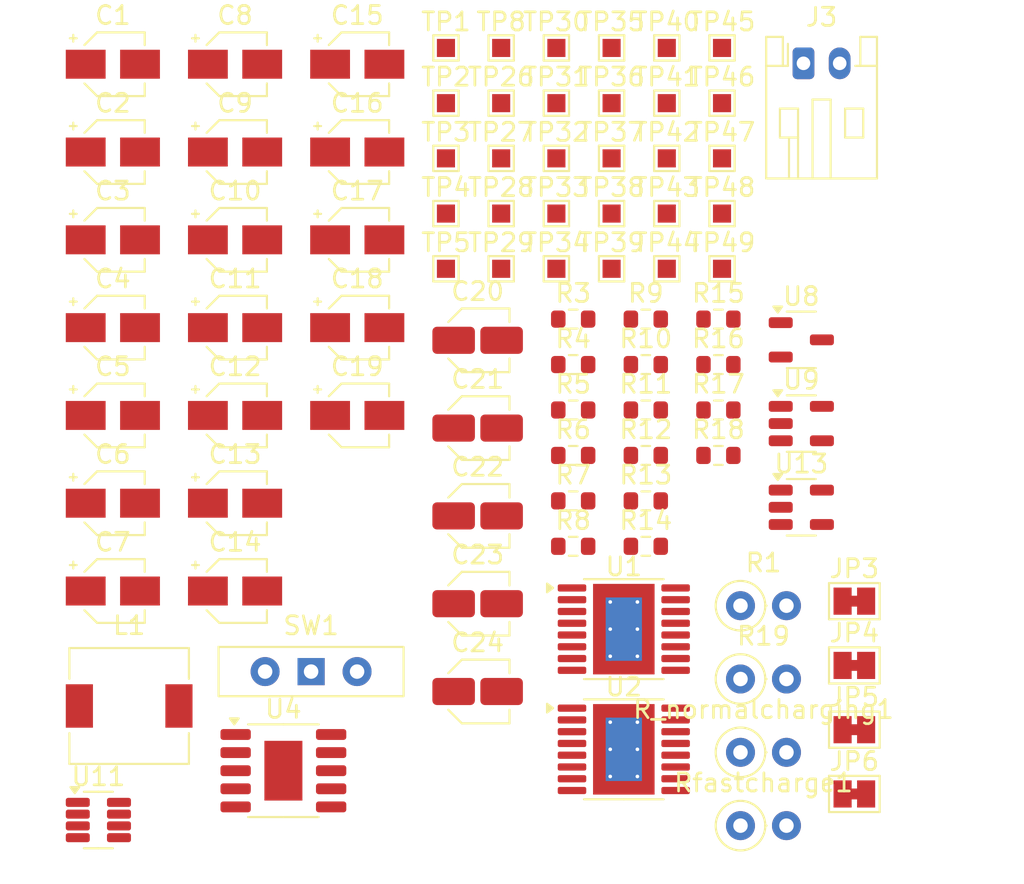
<source format=kicad_pcb>
(kicad_pcb (version 20241229) (generator "pcbnew") (generator_version "9.0")
  (layers (0 "F.Cu" signal) (2 "B.Cu" signal) (13 "F.Paste" user) (15 "B.Paste" user) (5 "F.SilkS" user "F.Silkscreen") (7 "B.SilkS" user "B.Silkscreen") (1 "F.Mask" user) (3 "B.Mask" user) (25 "Edge.Cuts" user))
  (net 0 "")
  (net 1 "Net-(U1-VCP)")
  (net 2 "/Vload")
  (net 3 "Net-(U1-VINT)")
  (net 4 "GND")
  (net 5 "/VSS")
  (net 6 "Net-(U2-VCP)")
  (net 7 "Net-(U2-VINT)")
  (net 8 "Net-(U4-VDD)")
  (net 9 "/9V")
  (net 10 "/5V")
  (net 11 "Net-(U3-VOUT)")
  (net 12 "Net-(U3-CT)")
  (net 13 "Net-(U5-CT)")
  (net 14 "Net-(U5-VOUT)")
  (net 15 "Net-(U6-CT)")
  (net 16 "/3V3")
  (net 17 "Net-(U7-CT)")
  (net 18 "/5V{slash}2A")
  (net 19 "/3V3{slash}2A")
  (net 20 "Net-(U9-CE)")
  (net 21 "/Vbat+")
  (net 22 "Net-(J2-SHIELD)")
  (net 23 "/DP")
  (net 24 "/DM")
  (net 25 "Net-(JP5-A)")
  (net 26 "Net-(JP6-A)")
  (net 27 "Net-(U8-SW)")
  (net 28 "/I2C1_SCL")
  (net 29 "Net-(U1-AISEN)")
  (net 30 "Net-(U1-BISEN)")
  (net 31 "Net-(U2-BISEN)")
  (net 32 "Net-(U2-AISEN)")
  (net 33 "/vbus")
  (net 34 "Net-(U4-VBUS)")
  (net 35 "Net-(U3-QOD)")
  (net 36 "/out1")
  (net 37 "Net-(U5-QOD)")
  (net 38 "/out2")
  (net 39 "Net-(U6-QOD)")
  (net 40 "Net-(U7-QOD)")
  (net 41 "/3V3 trig")
  (net 42 "/V+")
  (net 43 "Net-(U11-IN+)")
  (net 44 "/I2C1_SDA")
  (net 45 "Net-(U9-PROG)")
  (net 46 "Net-(U9-V_{SS})")
  (net 48 "/Mtr1 O2")
  (net 49 "/Mtr1 O1")
  (net 50 "/Mtr2 C1")
  (net 51 "/Mtr2 C2")
  (net 52 "/Mtr2 O2")
  (net 53 "/Mtr2 O1")
  (net 54 "/Mtr1 C1")
  (net 56 "/Mtr1 C2")
  (net 57 "/Mtr3 O1")
  (net 58 "/Mtr3 O2")
  (net 59 "/Mtr4 O1")
  (net 60 "/Mtr4 C1")
  (net 61 "/Mtr4 O2")
  (net 63 "/Mtr4 C2")
  (net 64 "/Mtr3 C2")
  (net 65 "/Mtr3 C1")
  (net 66 "Net-(J2-CC2)")
  (net 68 "Net-(J2-CC1)")
  (net 70 "Net-(U11-IN-)")
  (net 72 "Net-(Q2-D)")
  (footprint "TestPoint:TestPoint_Pad_1.0x1.0mm" (layer "F.Cu") (at 147.84 81.44)
    (property "Reference" "TP28" (at 0 -1.448 0) (layer "F.SilkS"))
    (property "Value" "TestPoint_Small")
    (pad "1" smd rect (at 0 0) (size 1 1) (layers "F.Cu" "F.Mask") (net 31 "Net-(U2-BISEN)"))
  )
  (footprint "TestPoint:TestPoint_Pad_1.0x1.0mm" (layer "F.Cu") (at 144.79 81.44)
    (property "Reference" "TP4" (at 0 -1.448 0) (layer "F.SilkS"))
    (property "Value" "TestPoint")
    (pad "1" smd rect (at 0 0) (size 1 1) (layers "F.Cu" "F.Mask") (net 16 "/3V3"))
  )
  (footprint "Resistor_SMD:R_0603_1608Metric" (layer "F.Cu") (at 155.83 87.27)
    (property "Reference" "R9" (at 0 -1.43 0) (layer "F.SilkS"))
    (property "Value" "1k")
    (pad "1" smd roundrect (at -0.825 0) (size 0.8 0.95) (layers "F.Cu" "F.Mask" "F.Paste") (net 33 "/vbus"))
    (pad "2" smd roundrect (at 0.825 0) (size 0.8 0.95) (layers "F.Cu" "F.Mask" "F.Paste") (net 8 "Net-(U4-VDD)"))
  )
  (footprint "Resistor_SMD:R_0603_1608Metric" (layer "F.Cu") (at 151.82 87.27)
    (property "Reference" "R3" (at 0 -1.43 0) (layer "F.SilkS"))
    (property "Value" "1R")
    (pad "1" smd roundrect (at -0.825 0) (size 0.8 0.95) (layers "F.Cu" "F.Mask" "F.Paste") (net 4 "GND"))
    (pad "2" smd roundrect (at 0.825 0) (size 0.8 0.95) (layers "F.Cu" "F.Mask" "F.Paste") (net 29 "Net-(U1-AISEN)"))
  )
  (footprint "TestPoint:TestPoint_Pad_1.0x1.0mm" (layer "F.Cu") (at 156.99 78.39)
    (property "Reference" "TP42" (at 0 -1.448 0) (layer "F.SilkS"))
    (property "Value" "TestPoint_Small")
    (pad "1" smd rect (at 0 0) (size 1 1) (layers "F.Cu" "F.Mask") (net 8 "Net-(U4-VDD)"))
  )
  (footprint "TestPoint:TestPoint_Pad_1.0x1.0mm" (layer "F.Cu") (at 147.84 78.39)
    (property "Reference" "TP27" (at 0 -1.448 0) (layer "F.SilkS"))
    (property "Value" "TestPoint_Small")
    (pad "1" smd rect (at 0 0) (size 1 1) (layers "F.Cu" "F.Mask") (net 4 "GND"))
  )
  (footprint "Resistor_SMD:R_0603_1608Metric" (layer "F.Cu") (at 155.83 89.78)
    (property "Reference" "R10" (at 0 -1.43 0) (layer "F.SilkS"))
    (property "Value" "10k")
    (pad "1" smd roundrect (at -0.825 0) (size 0.8 0.95) (layers "F.Cu" "F.Mask" "F.Paste") (net 34 "Net-(U4-VBUS)"))
    (pad "2" smd roundrect (at 0.825 0) (size 0.8 0.95) (layers "F.Cu" "F.Mask" "F.Paste") (net 33 "/vbus"))
  )
  (footprint "Resistor_SMD:R_0603_1608Metric" (layer "F.Cu") (at 155.83 99.82)
    (property "Reference" "R14" (at 0 -1.43 0) (layer "F.SilkS"))
    (property "Value" "5R2")
    (pad "1" smd roundrect (at -0.825 0) (size 0.8 0.95) (layers "F.Cu" "F.Mask" "F.Paste") (net 38 "/out2"))
    (pad "2" smd roundrect (at 0.825 0) (size 0.8 0.95) (layers "F.Cu" "F.Mask" "F.Paste") (net 14 "Net-(U5-VOUT)"))
  )
  (footprint "TestPoint:TestPoint_Pad_1.0x1.0mm" (layer "F.Cu") (at 144.79 75.34)
    (property "Reference" "TP2" (at 0 -1.448 0) (layer "F.SilkS"))
    (property "Value" "TestPoint")
    (pad "1" smd rect (at 0 0) (size 1 1) (layers "F.Cu" "F.Mask") (net 2 "/Vload"))
  )
  (footprint "Capacitor_SMD:CP_Elec_3x5.3" (layer "F.Cu") (at 126.39 73.19)
    (property "Reference" "C1" (at 0 -2.7 0) (layer "F.SilkS"))
    (property "Value" "0.01uF")
    (pad "1" smd rect (at -1.5 0) (size 2.2 1.6) (layers "F.Cu" "F.Mask" "F.Paste") (net 2 "/Vload"))
    (pad "2" smd rect (at 1.5 0) (size 2.2 1.6) (layers "F.Cu" "F.Mask" "F.Paste") (net 1 "Net-(U1-VCP)"))
  )
  (footprint "Capacitor_SMD:C_Elec_3x5.4" (layer "F.Cu") (at 146.54 93.29)
    (property "Reference" "C21" (at 0 -2.7 0) (layer "F.SilkS"))
    (property "Value" "4.7uF")
    (pad "1" smd roundrect (at -1.325 0) (size 2.35 1.5) (layers "F.Cu" "F.Mask" "F.Paste") (roundrect_rratio 0.166667) (net 20 "Net-(U9-CE)"))
    (pad "2" smd roundrect (at 1.325 0) (size 2.35 1.5) (layers "F.Cu" "F.Mask" "F.Paste") (roundrect_rratio 0.166667) (net 9 "/9V"))
  )
  (footprint "Resistor_THT:R_Axial_DIN0207_L6.3mm_D2.5mm_P2.54mm_Vertical" (layer "F.Cu") (at 161.06 111.2)
    (property "Reference" "R_normalcharging1" (at 1.27 -2.37 0) (layer "F.SilkS"))
    (property "Value" "3K")
    (pad "1" thru_hole circle (at 0 0) (size 1.6 1.6) (drill 0.8) (layers "*.Cu" "*.Mask") (net 72 "Net-(Q2-D)"))
    (pad "2" thru_hole oval (at 2.54 0) (size 1.6 1.6) (drill 0.8) (layers "*.Cu" "*.Mask") (net 46 "Net-(U9-V_{SS})"))
  )
  (footprint "Capacitor_SMD:CP_Elec_3x5.3" (layer "F.Cu") (at 133.14 82.89)
    (property "Reference" "C10" (at 0 -2.7 0) (layer "F.SilkS"))
    (property "Value" "1uF")
    (pad "1" smd rect (at -1.5 0) (size 2.2 1.6) (layers "F.Cu" "F.Mask" "F.Paste") (net 12 "Net-(U3-CT)"))
    (pad "2" smd rect (at 1.5 0) (size 2.2 1.6) (layers "F.Cu" "F.Mask" "F.Paste") (net 4 "GND"))
  )
  (footprint "Capacitor_SMD:CP_Elec_3x5.3" (layer "F.Cu") (at 126.39 87.74)
    (property "Reference" "C4" (at 0 -2.7 0) (layer "F.SilkS"))
    (property "Value" "0.01uF")
    (pad "1" smd rect (at -1.5 0) (size 2.2 1.6) (layers "F.Cu" "F.Mask" "F.Paste") (net 5 "/VSS"))
    (pad "2" smd rect (at 1.5 0) (size 2.2 1.6) (layers "F.Cu" "F.Mask" "F.Paste") (net 6 "Net-(U2-VCP)"))
  )
  (footprint "Resistor_THT:R_Axial_DIN0207_L6.3mm_D2.5mm_P2.54mm_Vertical" (layer "F.Cu") (at 161.06 115.25)
    (property "Reference" "Rfastcharge1" (at 1.27 -2.37 0) (layer "F.SilkS"))
    (property "Value" "2K")
    (pad "1" thru_hole circle (at 0 0) (size 1.6 1.6) (drill 0.8) (layers "*.Cu" "*.Mask") (net 45 "Net-(U9-PROG)"))
    (pad "2" thru_hole oval (at 2.54 0) (size 1.6 1.6) (drill 0.8) (layers "*.Cu" "*.Mask") (net 72 "Net-(Q2-D)"))
  )
  (footprint "TestPoint:TestPoint_Pad_1.0x1.0mm" (layer "F.Cu") (at 150.89 72.29)
    (property "Reference" "TP30" (at 0 -1.448 0) (layer "F.SilkS"))
    (property "Value" "TestPoint_Small")
    (pad "1" smd rect (at 0 0) (size 1 1) (layers "F.Cu" "F.Mask") (net 2 "/Vload"))
  )
  (footprint "Package_TO_SOT_SMD:SOT-23-3" (layer "F.Cu") (at 164.42 88.415)
    (property "Reference" "U8" (at 0 -2.4 0) (layer "F.SilkS"))
    (property "Value" "TPS613222ADBV")
    (pad "1" smd roundrect (at -1.1375 -0.95) (size 1.325 0.6) (layers "F.Cu" "F.Mask" "F.Paste") (net 27 "Net-(U8-SW)"))
    (pad "2" smd roundrect (at -1.1375 0.95) (size 1.325 0.6) (layers "F.Cu" "F.Mask" "F.Paste") (net 4 "GND"))
    (pad "3" smd roundrect (at 1.1375 0) (size 1.325 0.6) (layers "F.Cu" "F.Mask" "F.Paste"))
  )
  (footprint "TestPoint:TestPoint_Pad_1.0x1.0mm" (layer "F.Cu") (at 150.89 81.44)
    (property "Reference" "TP33" (at 0 -1.448 0) (layer "F.SilkS"))
    (property "Value" "TestPoint_Small")
    (pad "1" smd rect (at 0 0) (size 1 1) (layers "F.Cu" "F.Mask") (net 29 "Net-(U1-AISEN)"))
  )
  (footprint "Capacitor_SMD:C_Elec_3x5.4" (layer "F.Cu") (at 146.54 88.44)
    (property "Reference" "C20" (at 0 -2.7 0) (layer "F.SilkS"))
    (property "Value" "22uF")
    (pad "1" smd roundrect (at -1.325 0) (size 2.35 1.5) (layers "F.Cu" "F.Mask" "F.Paste") (roundrect_rratio 0.166667) (net 10 "/5V"))
    (pad "2" smd roundrect (at 1.325 0) (size 2.35 1.5) (layers "F.Cu" "F.Mask" "F.Paste") (roundrect_rratio 0.166667) (net 4 "GND"))
  )
  (footprint "Resistor_SMD:R_0603_1608Metric" (layer "F.Cu") (at 151.82 92.29)
    (property "Reference" "R5" (at 0 -1.43 0) (layer "F.SilkS"))
    (property "Value" "47K")
    (pad "1" smd roundrect (at -0.825 0) (size 0.8 0.95) (layers "F.Cu" "F.Mask" "F.Paste") (net 2 "/Vload"))
    (pad "2" smd roundrect (at 0.825 0) (size 0.8 0.95) (layers "F.Cu" "F.Mask" "F.Paste") (net 25 "Net-(JP5-A)"))
  )
  (footprint "Capacitor_SMD:CP_Elec_3x5.3" (layer "F.Cu") (at 139.89 78.04)
    (property "Reference" "C16" (at 0 -2.7 0) (layer "F.SilkS"))
    (property "Value" "1uF")
    (pad "1" smd rect (at -1.5 0) (size 2.2 1.6) (layers "F.Cu" "F.Mask" "F.Paste") (net 16 "/3V3"))
    (pad "2" smd rect (at 1.5 0) (size 2.2 1.6) (layers "F.Cu" "F.Mask" "F.Paste") (net 4 "GND"))
  )
  (footprint "TestPoint:TestPoint_Pad_1.0x1.0mm" (layer "F.Cu") (at 153.94 84.49)
    (property "Reference" "TP39" (at 0 -1.448 0) (layer "F.SilkS"))
    (property "Value" "TestPoint_Small")
    (pad "1" smd rect (at 0 0) (size 1 1) (layers "F.Cu" "F.Mask") (net 4 "GND"))
  )
  (footprint "Capacitor_SMD:CP_Elec_3x5.3" (layer "F.Cu") (at 133.14 73.19)
    (property "Reference" "C8" (at 0 -2.7 0) (layer "F.SilkS"))
    (property "Value" "1uF")
    (pad "1" smd rect (at -1.5 0) (size 2.2 1.6) (layers "F.Cu" "F.Mask" "F.Paste") (net 10 "/5V"))
    (pad "2" smd rect (at 1.5 0) (size 2.2 1.6) (layers "F.Cu" "F.Mask" "F.Paste") (net 4 "GND"))
  )
  (footprint "Package_SO:HTSSOP-16-1EP_4.4x5mm_P0.65mm_EP3.4x5mm_Mask2.46x2.31mm_ThermalVias" (layer "F.Cu") (at 154.615 104.395)
    (property "Reference" "U1" (at 0 -3.45 0) (layer "F.SilkS"))
    (property "Value" "DRV8833PWP")
    (pad "1" smd roundrect (at -2.8625 -2.275) (size 1.575 0.4) (layers "F.Cu" "F.Mask" "F.Paste") (net 25 "Net-(JP5-A)"))
    (pad "2" smd roundrect (at -2.8625 -1.625) (size 1.575 0.4) (layers "F.Cu" "F.Mask" "F.Paste") (net 49 "/Mtr1 O1"))
    (pad "3" smd roundrect (at -2.8625 -0.975) (size 1.575 0.4) (layers "F.Cu" "F.Mask" "F.Paste") (net 29 "Net-(U1-AISEN)"))
    (pad "4" smd roundrect (at -2.8625 -0.325) (size 1.575 0.4) (layers "F.Cu" "F.Mask" "F.Paste") (net 48 "/Mtr1 O2"))
    (pad "5" smd roundrect (at -2.8625 0.325) (size 1.575 0.4) (layers "F.Cu" "F.Mask" "F.Paste") (net 52 "/Mtr2 O2"))
    (pad "6" smd roundrect (at -2.8625 0.975) (size 1.575 0.4) (layers "F.Cu" "F.Mask" "F.Paste") (net 30 "Net-(U1-BISEN)"))
    (pad "7" smd roundrect (at -2.8625 1.625) (size 1.575 0.4) (layers "F.Cu" "F.Mask" "F.Paste") (net 53 "/Mtr2 O1"))
    (pad "8" smd roundrect (at -2.8625 2.275) (size 1.575 0.4) (layers "F.Cu" "F.Mask" "F.Paste"))
    (pad "9" smd roundrect (at 2.8625 2.275) (size 1.575 0.4) (layers "F.Cu" "F.Mask" "F.Paste") (net 50 "/Mtr2 C1"))
    (pad "10" smd roundrect (at 2.8625 1.625) (size 1.575 0.4) (layers "F.Cu" "F.Mask" "F.Paste") (net 51 "/Mtr2 C2"))
    (pad "11" smd roundrect (at 2.8625 0.975) (size 1.575 0.4) (layers "F.Cu" "F.Mask" "F.Paste") (net 1 "Net-(U1-VCP)"))
    (pad "12" smd roundrect (at 2.8625 0.325) (size 1.575 0.4) (layers "F.Cu" "F.Mask" "F.Paste") (net 2 "/Vload"))
    (pad "13" smd roundrect (at 2.8625 -0.325) (size 1.575 0.4) (layers "F.Cu" "F.Mask" "F.Paste") (net 4 "GND"))
    (pad "14" smd roundrect (at 2.8625 -0.975) (size 1.575 0.4) (layers "F.Cu" "F.Mask" "F.Paste") (net 3 "Net-(U1-VINT)"))
    (pad "15" smd roundrect (at 2.8625 -1.625) (size 1.575 0.4) (layers "F.Cu" "F.Mask" "F.Paste") (net 56 "/Mtr1 C2"))
    (pad "16" smd roundrect (at 2.8625 -2.275) (size 1.575 0.4) (layers "F.Cu" "F.Mask" "F.Paste") (net 54 "/Mtr1 C1"))
    (pad "17" thru_hole circle (at -0.75 -1.5) (size 0.5 0.5) (drill 0.2) (property pad_prop_heatsink) (layers "*.Cu") (net 4 "GND"))
    (pad "17" thru_hole circle (at -0.75 0) (size 0.5 0.5) (drill 0.2) (property pad_prop_heatsink) (layers "*.Cu") (net 4 "GND"))
    (pad "17" thru_hole circle (at -0.75 1.5) (size 0.5 0.5) (drill 0.2) (property pad_prop_heatsink) (layers "*.Cu") (net 4 "GND"))
    (pad "17" smd rect (at 0 0) (size 2 3.5) (property pad_prop_heatsink) (layers "B.Cu") (net 4 "GND"))
    (pad "17" smd rect (at 0 0) (size 3.4 5) (property pad_prop_heatsink) (layers "F.Cu") (net 4 "GND"))
    (pad "17" thru_hole circle (at 0.75 -1.5) (size 0.5 0.5) (drill 0.2) (property pad_prop_heatsink) (layers "*.Cu") (net 4 "GND"))
    (pad "17" thru_hole circle (at 0.75 0) (size 0.5 0.5) (drill 0.2) (property pad_prop_heatsink) (layers "*.Cu") (net 4 "GND"))
    (pad "17" thru_hole circle (at 0.75 1.5) (size 0.5 0.5) (drill 0.2) (property pad_prop_heatsink) (layers "*.Cu") (net 4 "GND"))
  )
  (footprint "TestPoint:TestPoint_Pad_1.0x1.0mm" (layer "F.Cu") (at 160.04 81.44)
    (property "Reference" "TP48" (at 0 -1.448 0) (layer "F.SilkS"))
    (property "Value" "TestPoint_Small")
    (pad "1" smd rect (at 0 0) (size 1 1) (layers "F.Cu" "F.Mask") (net 24 "/DM"))
  )
  (footprint "Resistor_SMD:R_0603_1608Metric" (layer "F.Cu") (at 151.82 97.31)
    (property "Reference" "R7" (at 0 -1.43 0) (layer "F.SilkS"))
    (property "Value" "0.4R")
    (pad "1" smd roundrect (at -0.825 0) (size 0.8 0.95) (layers "F.Cu" "F.Mask" "F.Paste") (net 4 "GND"))
    (pad "2" smd roundrect (at 0.825 0) (size 0.8 0.95) (layers "F.Cu" "F.Mask" "F.Paste") (net 32 "Net-(U2-AISEN)"))
  )
  (footprint "Capacitor_SMD:C_Elec_3x5.4" (layer "F.Cu") (at 146.54 102.99)
    (property "Reference" "C23" (at 0 -2.7 0) (layer "F.SilkS"))
    (property "Value" "1uF")
    (pad "1" smd roundrect (at -1.325 0) (size 2.35 1.5) (layers "F.Cu" "F.Mask" "F.Paste") (roundrect_rratio 0.166667) (net 16 "/3V3"))
    (pad "2" smd roundrect (at 1.325 0) (size 2.35 1.5) (layers "F.Cu" "F.Mask" "F.Paste") (roundrect_rratio 0.166667) (net 4 "GND"))
  )
  (footprint "Capacitor_SMD:CP_Elec_3x5.3" (layer "F.Cu") (at 126.39 92.59)
    (property "Reference" "C5" (at 0 -2.7 0) (layer "F.SilkS"))
    (property "Value" "2.2uF")
    (pad "1" smd rect (at -1.5 0) (size 2.2 1.6) (layers "F.Cu" "F.Mask" "F.Paste") (net 4 "GND"))
    (pad "2" smd rect (at 1.5 0) (size 2.2 1.6) (layers "F.Cu" "F.Mask" "F.Paste") (net 7 "Net-(U2-VINT)"))
  )
  (footprint "Resistor_SMD:R_0603_1608Metric" (layer "F.Cu") (at 159.84 94.8)
    (property "Reference" "R18" (at 0 -1.43 0) (layer "F.SilkS"))
    (property "Value" "0.001")
    (pad "1" smd roundrect (at -0.825 0) (size 0.8 0.95) (layers "F.Cu" "F.Mask" "F.Paste") (net 42 "/V+"))
    (pad "2" smd roundrect (at 0.825 0) (size 0.8 0.95) (layers "F.Cu" "F.Mask" "F.Paste") (net 43 "Net-(U11-IN+)"))
  )
  (footprint "Capacitor_SMD:CP_Elec_3x5.3" (layer "F.Cu") (at 133.14 87.74)
    (property "Reference" "C11" (at 0 -2.7 0) (layer "F.SilkS"))
    (property "Value" "1uF")
    (pad "1" smd rect (at -1.5 0) (size 2.2 1.6) (layers "F.Cu" "F.Mask" "F.Paste") (net 10 "/5V"))
    (pad "2" smd rect (at 1.5 0) (size 2.2 1.6) (layers "F.Cu" "F.Mask" "F.Paste") (net 4 "GND"))
  )
  (footprint "TestPoint:TestPoint_Pad_1.0x1.0mm" (layer "F.Cu") (at 160.04 78.39)
    (property "Reference" "TP47" (at 0 -1.448 0) (layer "F.SilkS"))
    (property "Value" "TestPoint_Small")
    (pad "1" smd rect (at 0 0) (size 1 1) (layers "F.Cu" "F.Mask") (net 32 "Net-(U2-AISEN)"))
  )
  (footprint "Resistor_THT:R_Axial_DIN0207_L6.3mm_D2.5mm_P2.54mm_Vertical" (layer "F.Cu") (at 161.06 107.15)
    (property "Reference" "R19" (at 1.27 -2.37 0) (layer "F.SilkS"))
    (property "Value" "1k")
    (pad "1" thru_hole circle (at 0 0) (size 1.6 1.6) (drill 0.8) (layers "*.Cu" "*.Mask") (net 10 "/5V"))
    (pad "2" thru_hole oval (at 2.54 0) (size 1.6 1.6) (drill 0.8) (layers "*.Cu" "*.Mask") (net 44 "/I2C1_SDA"))
  )
  (footprint "Resistor_SMD:R_0603_1608Metric" (layer "F.Cu") (at 159.84 87.27)
    (property "Reference" "R15" (at 0 -1.43 0) (layer "F.SilkS"))
    (property "Value" "62R")
    (pad "1" smd roundrect (at -0.825 0) (size 0.8 0.95) (layers "F.Cu" "F.Mask" "F.Paste") (net 39 "Net-(U6-QOD)"))
    (pad "2" smd roundrect (at 0.825 0) (size 0.8 0.95) (layers "F.Cu" "F.Mask" "F.Paste") (net 18 "/5V{slash}2A"))
  )
  (footprint "Package_SO:HTSSOP-16-1EP_4.4x5mm_P0.65mm_EP3.4x5mm_Mask2.46x2.31mm_ThermalVias" (layer "F.Cu") (at 154.615 111.035)
    (property "Reference" "U2" (at 0 -3.45 0) (layer "F.SilkS"))
    (property "Value" "DRV8833PWP")
    (pad "1" smd roundrect (at -2.8625 -2.275) (size 1.575 0.4) (layers "F.Cu" "F.Mask" "F.Paste") (net 26 "Net-(JP6-A)"))
    (pad "2" smd roundrect (at -2.8625 -1.625) (size 1.575 0.4) (layers "F.Cu" "F.Mask" "F.Paste") (net 57 "/Mtr3 O1"))
    (pad "3" smd roundrect (at -2.8625 -0.975) (size 1.575 0.4) (layers "F.Cu" "F.Mask" "F.Paste") (net 32 "Net-(U2-AISEN)"))
    (pad "4" smd roundrect (at -2.8625 -0.325) (size 1.575 0.4) (layers "F.Cu" "F.Mask" "F.Paste") (net 58 "/Mtr3 O2"))
    (pad "5" smd roundrect (at -2.8625 0.325) (size 1.575 0.4) (layers "F.Cu" "F.Mask" "F.Paste") (net 61 "/Mtr4 O2"))
    (pad "6" smd roundrect (at -2.8625 0.975) (size 1.575 0.4) (layers "F.Cu" "F.Mask" "F.Paste") (net 31 "Net-(U2-BISEN)"))
    (pad "7" smd roundrect (at -2.8625 1.625) (size 1.575 0.4) (layers "F.Cu" "F.Mask" "F.Paste") (net 59 "/Mtr4 O1"))
    (pad "8" smd roundrect (at -2.8625 2.275) (size 1.575 0.4) (layers "F.Cu" "F.Mask" "F.Paste"))
    (pad "9" smd roundrect (at 2.8625 2.275) (size 1.575 0.4) (layers "F.Cu" "F.Mask" "F.Paste") (net 60 "/Mtr4 C1"))
    (pad "10" smd roundrect (at 2.8625 1.625) (size 1.575 0.4) (layers "F.Cu" "F.Mask" "F.Paste") (net 63 "/Mtr4 C2"))
    (pad "11" smd roundrect (at 2.8625 0.975) (size 1.575 0.4) (layers "F.Cu" "F.Mask" "F.Paste") (net 6 "Net-(U2-VCP)"))
    (pad "12" smd roundrect (at 2.8625 0.325) (size 1.575 0.4) (layers "F.Cu" "F.Mask" "F.Paste") (net 5 "/VSS"))
    (pad "13" smd roundrect (at 2.8625 -0.325) (size 1.575 0.4) (layers "F.Cu" "F.Mask" "F.Paste") (net 4 "GND"))
    (pad "14" smd roundrect (at 2.8625 -0.975) (size 1.575 0.4) (layers "F.Cu" "F.Mask" "F.Paste") (net 7 "Net-(U2-VINT)"))
    (pad "15" smd roundrect (at 2.8625 -1.625) (size 1.575 0.4) (layers "F.Cu" "F.Mask" "F.Paste") (net 64 "/Mtr3 C2"))
    (pad "16" smd roundrect (at 2.8625 -2.275) (size 1.575 0.4) (layers "F.Cu" "F.Mask" "F.Paste") (net 65 "/Mtr3 C1"))
    (pad "17" thru_hole circle (at -0.75 -1.5) (size 0.5 0.5) (drill 0.2) (property pad_prop_heatsink) (layers "*.Cu") (net 4 "GND"))
    (pad "17" thru_hole circle (at -0.75 0) (size 0.5 0.5) (drill 0.2) (property pad_prop_heatsink) (layers "*.Cu") (net 4 "GND"))
    (pad "17" thru_hole circle (at -0.75 1.5) (size 0.5 0.5) (drill 0.2) (property pad_prop_heatsink) (layers "*.Cu") (net 4 "GND"))
    (pad "17" smd rect (at 0 0) (size 2 3.5) (property pad_prop_heatsink) (layers "B.Cu") (net 4 "GND"))
    (pad "17" smd rect (at 0 0) (size 3.4 5) (property pad_prop_heatsink) (layers "F.Cu") (net 4 "GND"))
    (pad "17" thru_hole circle (at 0.75 -1.5) (size 0.5 0.5) (drill 0.2) (property pad_prop_heatsink) (layers "*.Cu") (net 4 "GND"))
    (pad "17" thru_hole circle (at 0.75 0) (size 0.5 0.5) (drill 0.2) (property pad_prop_heatsink) (layers "*.Cu") (net 4 "GND"))
    (pad "17" thru_hole circle (at 0.75 1.5) (size 0.5 0.5) (drill 0.2) (property pad_prop_heatsink) (layers "*.Cu") (net 4 "GND"))
  )
  (footprint "Capacitor_SMD:CP_Elec_3x5.3" (layer "F.Cu") (at 126.39 78.04)
    (property "Reference" "C2" (at 0 -2.7 0) (layer "F.SilkS"))
    (property "Value" "2.2uF")
    (pad "1" smd rect (at -1.5 0) (size 2.2 1.6) (layers "F.Cu" "F.Mask" "F.Paste") (net 4 "GND"))
    (pad "2" smd rect (at 1.5 0) (size 2.2 1.6) (layers "F.Cu" "F.Mask" "F.Paste") (net 3 "Net-(U1-VINT)"))
  )
  (footprint "Jumper:SolderJumper-2_P1.3mm_Bridged_Pad1.0x1.5mm" (layer "F.Cu") (at 167.35 109.95)
    (property "Reference" "JP5" (at 0 -1.8 0) (layer "F.SilkS"))
    (property "Value" "Jumper_2_Small_Open")
    (fp_poly (pts (xy -0.25 -0.3) (xy 0.25 -0.3) (xy 0.25 0.3) (xy -0.25 0.3)) (fill yes) (layer "F.Cu"))
    (pad "1" smd rect (at -0.65 0) (size 1 1.5) (layers "F.Cu" "F.Mask") (net 25 "Net-(JP5-A)"))
    (pad "2" smd rect (at 0.65 0) (size 1 1.5) (layers "F.Cu" "F.Mask") (net 4 "GND"))
  )
  (footprint "Resistor_SMD:R_0603_1608Metric" (layer "F.Cu") (at 155.83 92.29)
    (property "Reference" "R11" (at 0 -1.43 0) (layer "F.SilkS"))
    (property "Value" "62R")
    (pad "1" smd roundrect (at -0.825 0) (size 0.8 0.95) (layers "F.Cu" "F.Mask" "F.Paste") (net 35 "Net-(U3-QOD)"))
    (pad "2" smd roundrect (at 0.825 0) (size 0.8 0.95) (layers "F.Cu" "F.Mask" "F.Paste") (net 11 "Net-(U3-VOUT)"))
  )
  (footprint "Capacitor_SMD:C_Elec_3x5.4" (layer "F.Cu") (at 146.54 107.84)
    (property "Reference" "C24" (at 0 -2.7 0) (layer "F.SilkS"))
    (property "Value" "1uF")
    (pad "1" smd roundrect (at -1.325 0) (size 2.35 1.5) (layers "F.Cu" "F.Mask" "F.Paste") (roundrect_rratio 0.166667) (net 2 "/Vload"))
    (pad "2" smd roundrect (at 1.325 0) (size 2.35 1.5) (layers "F.Cu" "F.Mask" "F.Paste") (roundrect_rratio 0.166667) (net 4 "GND"))
  )
  (footprint "Jumper:SolderJumper-2_P1.3mm_Bridged_Pad1.0x1.5mm" (layer "F.Cu") (at 167.35 106.4)
    (property "Reference" "JP4" (at 0 -1.8 0) (layer "F.SilkS"))
    (property "Value" "Jumper_2_Small_Bridged")
    (fp_poly (pts (xy -0.25 -0.3) (xy 0.25 -0.3) (xy 0.25 0.3) (xy -0.25 0.3)) (fill yes) (layer "F.Cu"))
    (pad "1" smd rect (at -0.65 0) (size 1 1.5) (layers "F.Cu" "F.Mask") (net 24 "/DM"))
    (pad "2" smd rect (at 0.65 0) (size 1 1.5) (layers "F.Cu" "F.Mask") (net 23 "/DP"))
  )
  (footprint "TestPoint:TestPoint_Pad_1.0x1.0mm" (layer "F.Cu") (at 160.04 75.34)
    (property "Reference" "TP46" (at 0 -1.448 0) (layer "F.SilkS"))
    (property "Value" "TestPoint_Small")
    (pad "1" smd rect (at 0 0) (size 1 1) (layers "F.Cu" "F.Mask") (net 41 "/3V3 trig"))
  )
  (footprint "TestPoint:TestPoint_Pad_1.0x1.0mm" (layer "F.Cu") (at 147.84 72.29)
    (property "Reference" "TP8" (at 0 -1.448 0) (layer "F.SilkS"))
    (property "Value" "TestPoint_Small")
    (pad "1" smd rect (at 0 0) (size 1 1) (layers "F.Cu" "F.Mask") (net 5 "/VSS"))
  )
  (footprint "TestPoint:TestPoint_Pad_1.0x1.0mm" (layer "F.Cu") (at 153.94 75.34)
    (property "Reference" "TP36" (at 0 -1.448 0) (layer "F.SilkS"))
    (property "Value" "TestPoint_Small")
    (pad "1" smd rect (at 0 0) (size 1 1) (layers "F.Cu" "F.Mask") (net 11 "Net-(U3-VOUT)"))
  )
  (footprint "Resistor_SMD:R_0603_1608Metric" (layer "F.Cu") (at 151.82 89.78)
    (property "Reference" "R4" (at 0 -1.43 0) (layer "F.SilkS"))
    (property "Value" "1R")
    (pad "1" smd roundrect (at -0.825 0) (size 0.8 0.95) (layers "F.Cu" "F.Mask" "F.Paste") (net 30 "Net-(U1-BISEN)"))
    (pad "2" smd roundrect (at 0.825 0) (size 0.8 0.95) (layers "F.Cu" "F.Mask" "F.Paste") (net 4 "GND"))
  )
  (footprint "TestPoint:TestPoint_Pad_1.0x1.0mm" (layer "F.Cu") (at 153.94 81.44)
    (property "Reference" "TP38" (at 0 -1.448 0) (layer "F.SilkS"))
    (property "Value" "TestPoint_Small")
    (pad "1" smd rect (at 0 0) (size 1 1) (layers "F.Cu" "F.Mask") (net 23 "/DP"))
  )
  (footprint "Resistor_SMD:R_0603_1608Metric" (layer "F.Cu") (at 159.84 92.29)
    (property "Reference" "R17" (at 0 -1.43 0) (layer "F.SilkS"))
    (property "Value" "10k")
    (pad "1" smd roundrect (at -0.825 0) (size 0.8 0.95) (layers "F.Cu" "F.Mask" "F.Paste") (net 4 "GND"))
    (pad "2" smd roundrect (at 0.825 0) (size 0.8 0.95) (layers "F.Cu" "F.Mask" "F.Paste") (net 41 "/3V3 trig"))
  )
  (footprint "TestPoint:TestPoint_Pad_1.0x1.0mm" (layer "F.Cu") (at 156.99 75.34)
    (property "Reference" "TP41" (at 0 -1.448 0) (layer "F.SilkS"))
    (property "Value" "TestPoint_Small")
    (pad "1" smd rect (at 0 0) (size 1 1) (layers "F.Cu" "F.Mask") (net 33 "/vbus"))
  )
  (footprint "Resistor_SMD:R_0603_1608Metric" (layer "F.Cu") (at 159.84 89.78)
    (property "Reference" "R16" (at 0 -1.43 0) (layer "F.SilkS"))
    (property "Value" "62R")
    (pad "1" smd roundrect (at -0.825 0) (size 0.8 0.95) (layers "F.Cu" "F.Mask" "F.Paste") (net 40 "Net-(U7-QOD)"))
    (pad "2" smd roundrect (at 0.825 0) (size 0.8 0.95) (layers "F.Cu" "F.Mask" "F.Paste") (net 19 "/3V3{slash}2A"))
  )
  (footprint "TestPoint:TestPoint_Pad_1.0x1.0mm" (layer "F.Cu") (at 153.94 72.29)
    (property "Reference" "TP35" (at 0 -1.448 0) (layer "F.SilkS"))
    (property "Value" "TestPoint_Small")
    (pad "1" smd rect (at 0 0) (size 1 1) (layers "F.Cu" "F.Mask") (net 25 "Net-(JP5-A)"))
  )
  (footprint "Connector_JST:JST_PH_S2B-PH-K_1x02_P2.00mm_Horizontal" (layer "F.Cu") (at 164.54 73.14)
    (property "Reference" "J3" (at 1 -2.55 0) (layer "F.SilkS"))
    (property "Value" "Conn_01x02_Pin")
    (pad "1" thru_hole roundrect (at 0 0) (size 1.2 1.75) (drill 0.75) (layers "*.Cu" "*.Mask") (roundrect_rratio 0.208333) (net 4 "GND"))
    (pad "2" thru_hole oval (at 2 0) (size 1.2 1.75) (drill 0.75) (layers "*.Cu" "*.Mask") (net 21 "/Vbat+"))
  )
  (footprint "Capacitor_SMD:CP_Elec_3x5.3" (layer "F.Cu") (at 139.89 82.89)
    (property "Reference" "C17" (at 0 -2.7 0) (layer "F.SilkS"))
    (property "Value" "1uF")
    (pad "1" smd rect (at -1.5 0) (size 2.2 1.6) (layers "F.Cu" "F.Mask" "F.Paste") (net 17 "Net-(U7-CT)"))
    (pad "2" smd rect (at 1.5 0) (size 2.2 1.6) (layers "F.Cu" "F.Mask" "F.Paste") (net 4 "GND"))
  )
  (footprint "Capacitor_SMD:CP_Elec_3x5.3" (layer "F.Cu") (at 126.39 82.89)
    (property "Reference" "C3" (at 0 -2.7 0) (layer "F.SilkS"))
    (property "Value" "10uF")
    (pad "1" smd rect (at -1.5 0) (size 2.2 1.6) (layers "F.Cu" "F.Mask" "F.Paste") (net 2 "/Vload"))
    (pad "2" smd rect (at 1.5 0) (size 2.2 1.6) (layers "F.Cu" "F.Mask" "F.Paste") (net 4 "GND"))
  )
  (footprint "TestPoint:TestPoint_Pad_1.0x1.0mm" (layer "F.Cu") (at 144.79 84.49)
    (property "Reference" "TP5" (at 0 -1.448 0) (layer "F.SilkS"))
    (property "Value" "TestPoint")
    (pad "1" smd rect (at 0 0) (size 1 1) (layers "F.Cu" "F.Mask") (net 72 "Net-(Q2-D)"))
  )
  (footprint "TestPoint:TestPoint_Pad_1.0x1.0mm" (layer "F.Cu") (at 156.99 81.44)
    (property "Reference" "TP43" (at 0 -1.448 0) (layer "F.SilkS"))
    (property "Value" "TestPoint_Small")
    (pad "1" smd rect (at 0 0) (size 1 1) (layers "F.Cu" "F.Mask") (net 39 "Net-(U6-QOD)"))
  )
  (footprint "TestPoint:TestPoint_Pad_1.0x1.0mm" (layer "F.Cu") (at 147.84 84.49)
    (property "Reference" "TP29" (at 0 -1.448 0) (layer "F.SilkS"))
    (property "Value" "TestPoint_Small")
    (pad "1" smd rect (at 0 0) (size 1 1) (layers "F.Cu" "F.Mask") (net 4 "GND"))
  )
  (footprint "Capacitor_SMD:CP_Elec_3x5.3" (layer "F.Cu") (at 133.14 92.59)
    (property "Reference" "C12" (at 0 -2.7 0) (layer "F.SilkS"))
    (property "Value" "1uF")
    (pad "1" smd rect (at -1.5 0) (size 2.2 1.6) (layers "F.Cu" "F.Mask" "F.Paste") (net 13 "Net-(U5-CT)"))
    (pad "2" smd rect (at 1.5 0) (size 2.2 1.6) (layers "F.Cu" "F.Mask" "F.Paste") (net 4 "GND"))
  )
  (footprint "Capacitor_SMD:CP_Elec_3x5.3" (layer "F.Cu") (at 126.39 102.29)
    (property "Reference" "C7" (at 0 -2.7 0) (layer "F.SilkS"))
    (property "Value" "C_Small")
    (pad "1" smd rect (at -1.5 0) (size 2.2 1.6) (layers "F.Cu" "F.Mask" "F.Paste") (net 8 "Net-(U4-VDD)"))
    (pad "2" smd rect (at 1.5 0) (size 2.2 1.6) (layers "F.Cu" "F.Mask" "F.Paste") (net 9 "/9V"))
  )
  (footprint "Button_Switch_THT:SW_Slide-03_Wuerth-WS-SLTV_10x2.5x6.4_P2.54mm" (layer "F.Cu") (at 137.34 106.74)
    (property "Reference" "SW1" (at 0 -2.54 0) (layer "F.SilkS"))
    (property "Value" "SW_Wuerth_450301014042")
    (pad "1" thru_hole rect (at 0 0) (size 1.5 1.5) (drill 0.8) (layers "*.Cu" "*.Mask") (net 21 "/Vbat+"))
    (pad "2" thru_hole circle (at -2.54 0) (size 1.6 1.6) (drill 0.8) (layers "*.Cu" "*.Mask"))
    (pad "3" thru_hole circle (at 2.54 0) (size 1.6 1.6) (drill 0.8) (layers "*.Cu" "*.Mask") (net 42 "/V+"))
  )
  (footprint "TestPoint:TestPoint_Pad_1.0x1.0mm" (layer "F.Cu") (at 150.89 78.39)
    (property "Reference" "TP32" (at 0 -1.448 0) (layer "F.SilkS"))
    (property "Value" "TestPoint_Small")
    (pad "1" smd rect (at 0 0) (size 1 1) (layers "F.Cu" "F.Mask") (net 4 "GND"))
  )
  (footprint "Resistor_SMD:R_0603_1608Metric" (layer "F.Cu") (at 151.82 94.8)
    (property "Reference" "R6" (at 0 -1.43 0) (layer "F.SilkS"))
    (property "Value" "0.4R")
    (pad "1" smd roundrect (at -0.825 0) (size 0.8 0.95) (layers "F.Cu" "F.Mask" "F.Paste") (net 31 "Net-(U2-BISEN)"))
    (pad "2" smd roundrect (at 0.825 0) (size 0.8 0.95) (layers "F.Cu" "F.Mask" "F.Paste") (net 4 "GND"))
  )
  (footprint "Capacitor_SMD:C_Elec_3x5.4" (layer "F.Cu") (at 146.54 98.14)
    (property "Reference" "C22" (at 0 -2.7 0) (layer "F.SilkS"))
    (property "Value" "4.7uF")
    (pad "1" smd roundrect (at -1.325 0) (size 2.35 1.5) (layers "F.Cu" "F.Mask" "F.Paste") (roundrect_rratio 0.166667) (net 21 "/Vbat+"))
    (pad "2" smd roundrect (at 1.325 0) (size 2.35 1.5) (layers "F.Cu" "F.Mask" "F.Paste") (roundrect_rratio 0.166667) (net 4 "GND"))
  )
  (footprint "TestPoint:TestPoint_Pad_1.0x1.0mm" (layer "F.Cu") (at 156.99 72.29)
    (property "Reference" "TP40" (at 0 -1.448 0) (layer "F.SilkS"))
    (property "Value" "TestPoint_Small")
    (pad "1" smd rect (at 0 0) (size 1 1) (layers "F.Cu" "F.Mask") (net 22 "Net-(J2-SHIELD)"))
  )
  (footprint "Resistor_SMD:R_0603_1608Metric" (layer "F.Cu") (at 151.82 99.82)
    (property "Reference" "R8" (at 0 -1.43 0) (layer "F.SilkS"))
    (property "Value" "47K")
    (pad "1" smd roundrect (at -0.825 0) (size 0.8 0.95) (layers "F.Cu" "F.Mask" "F.Paste") (net 5 "/VSS"))
    (pad "2" smd roundrect (at 0.825 0) (size 0.8 0.95) (layers "F.Cu" "F.Mask" "F.Paste") (net 26 "Net-(JP6-A)"))
  )
  (footprint "TestPoint:TestPoint_Pad_1.0x1.0mm" (layer "F.Cu") (at 150.89 75.34)
    (property "Reference" "TP31" (at 0 -1.448 0) (layer "F.SilkS"))
    (property "Value" "TestPoint_Small")
    (pad "1" smd rect (at 0 0) (size 1 1) (layers "F.Cu" "F.Mask") (net 4 "GND"))
  )
  (footprint "Package_SO:SSOP-10-1EP_3.9x4.9mm_P1mm_EP2.1x3.3mm" (layer "F.Cu") (at 135.81 112.215)
    (property "Reference" "U4" (at 0 -3.4 0) (layer "F.SilkS"))
    (property "Value" "CH224K")
    (pad "1" smd roundrect (at -2.6375 -2) (size 1.675 0.6) (layers "F.Cu" "F.Mask" "F.Paste") (net 8 "Net-(U4-VDD)"))
    (pad "2" smd roundrect (at -2.6375 -1) (size 1.675 0.6) (layers "F.Cu" "F.Mask" "F.Paste") (net 4 "GND"))
    (pad "3" smd roundrect (at -2.6375 0) (size 1.675 0.6) (layers "F.Cu" "F.Mask" "F.Paste") (net 4 "GND"))
    (pad "4" smd roundrect (at -2.6375 1) (size 1.675 0.6) (layers "F.Cu" "F.Mask" "F.Paste") (net 23 "/DP"))
    (pad "5" smd roundrect (at -2.6375 2) (size 1.675 0.6) (layers "F.Cu" "F.Mask" "F.Paste") (net 24 "/DM"))
    (pad "6" smd roundrect (at 2.6375 2) (size 1.675 0.6) (layers "F.Cu" "F.Mask" "F.Paste") (net 66 "Net-(J2-CC2)"))
    (pad "7" smd roundrect (at 2.6375 1) (size 1.675 0.6) (layers "F.Cu" "F.Mask" "F.Paste") (net 68 "Net-(J2-CC1)"))
    (pad "8" smd roundrect (at 2.6375 0) (size 1.675 0.6) (layers "F.Cu" "F.Mask" "F.Paste") (net 34 "Net-(U4-VBUS)"))
    (pad "9" smd roundrect (at 2.6375 -1) (size 1.675 0.6) (layers "F.Cu" "F.Mask" "F.Paste") (net 4 "GND"))
    (pad "10" smd roundrect (at 2.6375 -2) (size 1.675 0.6) (layers "F.Cu" "F.Mask" "F.Paste"))
    (pad "11" smd rect (at 0 0) (size 2.1 3.3) (property pad_prop_heatsink) (layers "F.Cu" "F.Mask") (net 4 "GND"))
  )
  (footprint "Capacitor_SMD:CP_Elec_3x5.3" (layer "F.Cu") (at 133.14 102.29)
    (property "Reference" "C14" (at 0 -2.7 0) (layer "F.SilkS"))
    (property "Value" "1uF")
    (pad "1" smd rect (at -1.5 0) (size 2.2 1.6) (layers "F.Cu" "F.Mask" "F.Paste") (net 10 "/5V"))
    (pad "2" smd rect (at 1.5 0) (size 2.2 1.6) (layers "F.Cu" "F.Mask" "F.Paste") (net 4 "GND"))
  )
  (footprint "TestPoint:TestPoint_Pad_1.0x1.0mm" (layer "F.Cu") (at 147.84 75.34)
    (property "Reference" "TP26" (at 0 -1.448 0) (layer "F.SilkS"))
    (property "Value" "TestPoint_Small")
    (pad "1" smd rect (at 0 0) (size 1 1) (layers "F.Cu" "F.Mask") (net 26 "Net-(JP6-A)"))
  )
  (footprint "Capacitor_SMD:CP_Elec_3x5.3" (layer "F.Cu") (at 139.89 87.74)
    (property "Reference" "C18" (at 0 -2.7 0) (layer "F.SilkS"))
    (property "Value" "10uF")
    (pad "1" smd rect (at -1.5 0) (size 2.2 1.6) (layers "F.Cu" "F.Mask" "F.Paste") (net 18 "/5V{slash}2A"))
    (pad "2" smd rect (at 1.5 0) (size 2.2 1.6) (layers "F.Cu" "F.Mask" "F.Paste") (net 4 "GND"))
  )
  (footprint "Capacitor_SMD:CP_Elec_3x5.3" (layer "F.Cu") (at 139.89 92.59)
    (property "Reference" "C19" (at 0 -2.7 0) (layer "F.SilkS"))
    (property "Value" "10uF")
    (pad "1" smd rect (at -1.5 0) (size 2.2 1.6) (layers "F.Cu" "F.Mask" "F.Paste") (net 19 "/3V3{slash}2A"))
    (pad "2" smd rect (at 1.5 0) (size 2.2 1.6) (layers "F.Cu" "F.Mask" "F.Paste") (net 4 "GND"))
  )
  (footprint "TestPoint:TestPoint_Pad_1.0x1.0mm" (layer "F.Cu") (at 144.79 72.29)
    (property "Reference" "TP1" (at 0 -1.448 0) (layer "F.SilkS"))
    (property "Value" "TestPoint")
    (pad "1" smd rect (at 0 0) (size 1 1) (layers "F.Cu" "F.Mask") (net 21 "/Vbat+"))
  )
  (footprint "TestPoint:TestPoint_Pad_1.0x1.0mm" (layer "F.Cu") (at 144.79 78.39)
    (property "Reference" "TP3" (at 0 -1.448 0) (layer "F.SilkS"))
    (property "Value" "TestPoint")
    (pad "1" smd rect (at 0 0) (size 1 1) (layers "F.Cu" "F.Mask") (net 10 "/5V"))
  )
  (footprint "Package_TO_SOT_SMD:TSOT-23-5" (layer "F.Cu") (at 164.42 97.665)
    (property "Reference" "U13" (at 0 -2.4 0) (layer "F.SilkS"))
    (property "Value" "AP2112K-3.3")
    (pad "1" smd roundrect (at -1.1375 -0.95) (size 1.325 0.6) (layers "F.Cu" "F.Mask" "F.Paste") (net 2 "/Vload"))
    (pad "2" smd roundrect (at -1.1375 0) (size 1.325 0.6) (layers "F.Cu" "F.Mask" "F.Paste") (net 4 "GND"))
    (pad "3" smd roundrect (at -1.1375 0.95) (size 1.325 0.6) (layers "F.Cu" "F.Mask" "F.Paste") (net 2 "/Vload"))
    (pad "4" smd roundrect (at 1.1375 0.95) (size 1.325 0.6) (layers "F.Cu" "F.Mask" "F.Paste"))
    (pad "5" smd roundrect (at 1.1375 -0.95) (size 1.325 0.6) (layers "F.Cu" "F.Mask" "F.Paste") (net 16 "/3V3"))
  )
  (footprint "Resistor_SMD:R_0603_1608Metric" (layer "F.Cu") (at 155.83 94.8)
    (property "Reference" "R12" (at 0 -1.43 0) (layer "F.SilkS"))
    (property "Value" "5R2")
    (pad "1" smd roundrect (at -0.825 0) (size 0.8 0.95) (layers "F.Cu" "F.Mask" "F.Paste") (net 36 "/out1"))
    (pad "2" smd roundrect (at 0.825 0) (size 0.8 0.95) (layers "F.Cu" "F.Mask" "F.Paste") (net 11 "Net-(U3-VOUT)"))
  )
  (footprint "Capacitor_SMD:CP_Elec_3x5.3" (layer "F.Cu") (at 139.89 73.19)
    (property "Reference" "C15" (at 0 -2.7 0) (layer "F.SilkS"))
    (property "Value" "1uF")
    (pad "1" smd rect (at -1.5 0) (size 2.2 1.6) (layers "F.Cu" "F.Mask" "F.Paste") (net 15 "Net-(U6-CT)"))
    (pad "2" smd rect (at 1.5 0) (size 2.2 1.6) (layers "F.Cu" "F.Mask" "F.Paste") (net 4 "GND"))
  )
  (footprint "Resistor_THT:R_Axial_DIN0207_L6.3mm_D2.5mm_P2.54mm_Vertical" (layer "F.Cu") (at 161.06 103.1)
    (property "Reference" "R1" (at 1.27 -2.37 0) (layer "F.SilkS"))
    (property "Value" "1k")
    (pad "1" thru_hole circle (at 0 0) (size 1.6 1.6) (drill 0.8) (layers "*.Cu" "*.Mask") (net 10 "/5V"))
    (pad "2" thru_hole oval (at 2.54 0) (size 1.6 1.6) (drill 0.8) (layers "*.Cu" "*.Mask") (net 28 "/I2C1_SCL"))
  )
  (footprint "TestPoint:TestPoint_Pad_1.0x1.0mm" (layer "F.Cu") (at 160.04 84.49)
    (property "Reference" "TP49" (at 0 -1.448 0) (layer "F.SilkS"))
    (property "Value" "TestPoint_Small")
    (pad "1" smd rect (at 0 0) (size 1 1) (layers "F.Cu" "F.Mask") (net 34 "Net-(U4-VBUS)"))
  )
  (footprint "TestPoint:TestPoint_Pad_1.0x1.0mm" (layer "F.Cu") (at 156.99 84.49)
    (property "Reference" "TP44" (at 0 -1.448 0) (layer "F.SilkS"))
    (property "Value" "TestPoint_Small")
    (pad "1" smd rect (at 0 0) (size 1 1) (layers "F.Cu" "F.Mask") (net 41 "/3V3 trig"))
  )
  (footprint "Resistor_SMD:R_0603_1608Metric" (layer "F.Cu") (at 155.83 97.31)
    (property "Reference" "R13" (at 0 -1.43 0) (layer "F.SilkS"))
    (property "Value" "62R")
    (pad "1" smd roundrect (at -0.825 0) (size 0.8 0.95) (layers "F.Cu" "F.Mask" "F.Paste") (net 37 "Net-(U5-QOD)"))
    (pad "2" smd roundrect (at 0.825 0) (size 0.8 0.95) (layers "F.Cu" "F.Mask" "F.Paste") (net 14 "Net-(U5-VOUT)"))
  )
  (footprint "TestPoint:TestPoint_Pad_1.0x1.0mm" (layer "F.Cu") (at 150.89 84.49)
    (property "Reference" "TP34" (at 0 -1.448 0) (layer "F.SilkS"))
    (property "Value" "TestPoint_Small")
    (pad "1" smd rect (at 0 0) (size 1 1) (layers "F.Cu" "F.Mask") (net 30 "Net-(U1-BISEN)"))
  )
  (footprint "Package_TO_SOT_SMD:SOT-23-8" (layer "F.Cu") (at 125.59 114.94)
    (property "Reference" "U11" (at 0 -2.4 0) (layer "F.SilkS"))
    (property "Value" "INA219AIDCNR")
    (pad "1" smd roundrect (at -1.1375 -0.975) (size 1.325 0.5) (layers "F.Cu" "F.Mask" "F.Paste") (net 43 "Net-(U11-IN+)"))
    (pad "2" smd roundrect (at -1.1375 -0.325) (size 1.325 0.5) (layers "F.Cu" "F.Mask" "F.Paste") (net 70 "Net-(U11-IN-)"))
    (pad "3" smd roundrect (at -1.1375 0.325) (size 1.325 0.5) (layers "F.Cu" "F.Mask" "F.Paste") (net 4 "GND"))
    (pad "4" smd roundrect (at -1.1375 0.975) (size 1.325 0.5) (layers "F.Cu" "F.Mask" "F.Paste") (net 10 "/5V"))
    (pad "5" smd roundrect (at 1.1375 0.975) (size 1.325 0.5) (layers "F.Cu" "F.Mask" "F.Paste") (net 28 "/I2C1_SCL"))
    (pad "6" smd roundrect (at 1.1375 0.325) (size 1.325 0.5) (layers "F.Cu" "F.Mask" "F.Paste") (net 44 "/I2C1_SDA"))
    (pad "7" smd roundrect (at 1.1375 -0.325) (size 1.325 0.5) (layers "F.Cu" "F.Mask" "F.Paste") (net 4 "GND"))
    (pad "8" smd roundrect (at 1.1375 -0.975) (size 1.325 0.5) (layers "F.Cu" "F.Mask" "F.Paste") (net 10 "/5V"))
  )
  (footprint "Capacitor_SMD:CP_Elec_3x5.3" (layer "F.Cu") (at 133.14 97.44)
    (property "Reference" "C13" (at 0 -2.7 0) (layer "F.SilkS"))
    (property "Value" "10uF")
    (pad "1" smd rect (at -1.5 0) (size 2.2 1.6) (layers "F.Cu" "F.Mask" "F.Paste") (net 14 "Net-(U5-VOUT)"))
    (pad "2" smd rect (at 1.5 0) (size 2.2 1.6) (layers "F.Cu" "F.Mask" "F.Paste") (net 4 "GND"))
  )
  (footprint "Capacitor_SMD:CP_Elec_3x5.3" (layer "F.Cu") (at 133.14 78.04)
    (property "Reference" "C9" (at 0 -2.7 0) (layer "F.SilkS"))
    (property "Value" "10uF")
    (pad "1" smd rect (at -1.5 0) (size 2.2 1.6) (layers "F.Cu" "F.Mask" "F.Paste") (net 11 "Net-(U3-VOUT)"))
    (pad "2" smd rect (at 1.5 0) (size 2.2 1.6) (layers "F.Cu" "F.Mask" "F.Paste") (net 4 "GND"))
  )
  (footprint "Jumper:SolderJumper-2_P1.3mm_Bridged_Pad1.0x1.5mm" (layer "F.Cu") (at 167.35 113.5)
    (property "Reference" "JP6" (at 0 -1.8 0) (layer "F.SilkS"))
    (property "Value" "Jumper_2_Small_Open")
    (fp_poly (pts (xy -0.25 -0.3) (xy 0.25 -0.3) (xy 0.25 0.3) (xy -0.25 0.3)) (fill yes) (layer "F.Cu"))
    (pad "1" smd rect (at -0.65 0) (size 1 1.5) (layers "F.Cu" "F.Mask") (net 26 "Net-(JP6-A)"))
    (pad "2" smd rect (at 0.65 0) (size 1 1.5) (layers "F.Cu" "F.Mask") (net 4 "GND"))
  )
  (footprint "Jumper:SolderJumper-2_P1.3mm_Bridged_Pad1.0x1.5mm" (layer "F.Cu") (at 167.35 102.85)
    (property "Reference" "JP3" (at 0 -1.8 0) (layer "F.SilkS"))
    (property "Value" "Jumper_2_Small_Open")
    (fp_poly (pts (xy -0.25 -0.3) (xy 0.25 -0.3) (xy 0.25 0.3) (xy -0.25 0.3)) (fill yes) (layer "F.Cu"))
    (pad "1" smd rect (at -0.65 0) (size 1 1.5) (layers "F.Cu" "F.Mask") (net 22 "Net-(J2-SHIELD)"))
    (pad "2" smd rect (at 0.65 0) (size 1 1.5) (layers "F.Cu" "F.Mask") (net 4 "GND"))
  )
  (footprint "TestPoint:TestPoint_Pad_1.0x1.0mm" (layer "F.Cu") (at 153.94 78.39)
    (property "Reference" "TP37" (at 0 -1.448 0) (layer "F.SilkS"))
    (property "Value" "TestPoint_Small")
    (pad "1" smd rect (at 0 0) (size 1 1) (layers "F.Cu" "F.Mask") (net 14 "Net-(U5-VOUT)"))
  )
  (footprint "TestPoint:TestPoint_Pad_1.0x1.0mm" (layer "F.Cu") (at 160.04 72.29)
    (property "Reference" "TP45" (at 0 -1.448 0) (layer "F.SilkS"))
    (property "Value" "TestPoint_Small")
    (pad "1" smd rect (at 0 0) (size 1 1) (layers "F.Cu" "F.Mask") (net 18 "/5V{slash}2A"))
  )
  (footprint "Capacitor_SMD:CP_Elec_3x5.3" (layer "F.Cu") (at 126.39 97.44)
    (property "Reference" "C6" (at 0 -2.7 0) (layer "F.SilkS"))
    (property "Value" "10uF")
    (pad "1" smd rect (at -1.5 0) (size 2.2 1.6) (layers "F.Cu" "F.Mask" "F.Paste") (net 5 "/VSS"))
    (pad "2" smd rect (at 1.5 0) (size 2.2 1.6) (layers "F.Cu" "F.Mask" "F.Paste") (net 4 "GND"))
  )
  (footprint "Inductor_SMD:L_6.3x6.3_H3" (layer "F.Cu") (at 127.29 108.64)
    (property "Reference" "L1" (at 0 -4.45 0) (layer "F.SilkS"))
    (property "Value" "4.7uH")
    (pad "1" smd rect (at -2.75 0) (size 1.5 2.4) (layers "F.Cu" "F.Mask" "F.Paste") (net 2 "/Vload"))
    (pad "2" smd rect (at 2.75 0) (size 1.5 2.4) (layers "F.Cu" "F.Mask" "F.Paste") (net 27 "Net-(U8-SW)"))
  )
  (footprint "Package_TO_SOT_SMD:SOT-23-5" (layer "F.Cu") (at 164.42 93.04)
    (property "Reference" "U9" (at 0 -2.4 0) (layer "F.SilkS"))
    (property "Value" "MCP73812T-420I-OT")
    (pad "1" smd roundrect (at -1.1375 -0.95) (size 1.325 0.6) (layers "F.Cu" "F.Mask" "F.Paste") (net 20 "Net-(U9-CE)"))
    (pad "2" smd roundrect (at -1.1375 0) (size 1.325 0.6) (layers "F.Cu" "F.Mask" "F.Paste") (net 46 "Net-(U9-V_{SS})"))
    (pad "3" smd roundrect (at -1.1375 0.95) (size 1.325 0.6) (layers "F.Cu" "F.Mask" "F.Paste") (net 21 "/Vbat+"))
    (pad "4" smd roundrect (at 1.1375 0.95) (size 1.325 0.6) (layers "F.Cu" "F.Mask" "F.Paste") (net 20 "Net-(U9-CE)"))
    (pad "5" smd roundrect (at 1.1375 -0.95) (size 1.325 0.6) (layers "F.Cu" "F.Mask" "F.Paste") (net 45 "Net-(U9-PROG)"))
  )
)
</source>
